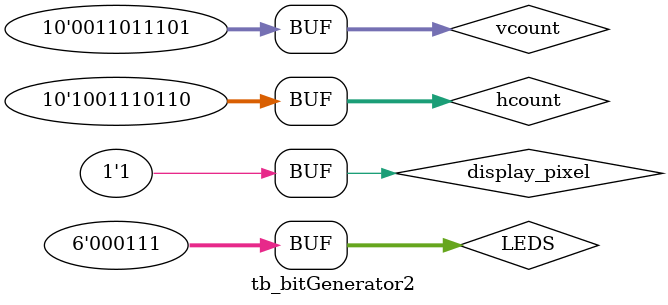
<source format=v>
module tb_bitGenerator2();

reg [9:0] hcount;
reg [9:0] vcount;
reg 	  display_pixel;
reg [5:0] LEDS;

wire [7:0] red;
wire [7:0] blue;
wire [7:0] green;

bitGenerator2 BitGenUUT (

	.hcount(hcount),
	.vcount(vcount),
	.display_pixel(display_pixel),
	.LEDS(LEDS),
	.red(red),
	.blue(blue),
	.green(green)
	
	);

initial begin
	InactiveLEDS;
	ActiveLEDS;
end
 	

task InactiveLEDS;
begin   
	hcount = 100;
	vcount = 200;
	display_pixel = 0;
	LEDS = 6'b000000;
	#40;
        hcount = 420;
	vcount = 221;
	display_pixel = 1;
	LEDS = 6'b001000;
	#40;
	hcount = 710;
	vcount = 200;
	display_pixel = 0;
	LEDS = 6'b000000;
	#40;
end
endtask

task ActiveLEDS;
begin   
	hcount = 420;
	vcount = 221;
	display_pixel = 1;
	LEDS = 6'b001000;
	#40;
   	hcount = 380;
	vcount = 221;
	display_pixel = 0;
	LEDS = 6'b000000;
	#40;
	hcount = 360;
	vcount = 221;
	display_pixel = 1;
	LEDS = 6'b011000;
	#40;
	hcount = 310;
	vcount = 221;
	display_pixel = 0;
	LEDS = 6'b000000;
	#40;
	hcount = 280;
	vcount = 221;
	display_pixel = 1;
	LEDS = 6'b111000;
	#40;
	hcount = 470;
	vcount = 221;
	display_pixel = 0;
	LEDS = 6'b000000;
	#40;
	hcount = 500;
	vcount = 221;
	display_pixel = 1;
	LEDS = 6'b000100;
	#40;
	hcount = 530;
	vcount = 221;
	display_pixel = 0;
	LEDS = 6'b000000;
	#40;
	hcount = 560;
	vcount = 221;
	display_pixel = 1;
	LEDS = 6'b000110;
	#40;
	hcount = 600;
	vcount = 221;
	display_pixel = 0;
	LEDS = 6'b000000;
	#40;
	hcount = 630;
	vcount = 221;
	display_pixel = 1;
	LEDS = 6'b000111;
	#40;
end
endtask
endmodule

</source>
